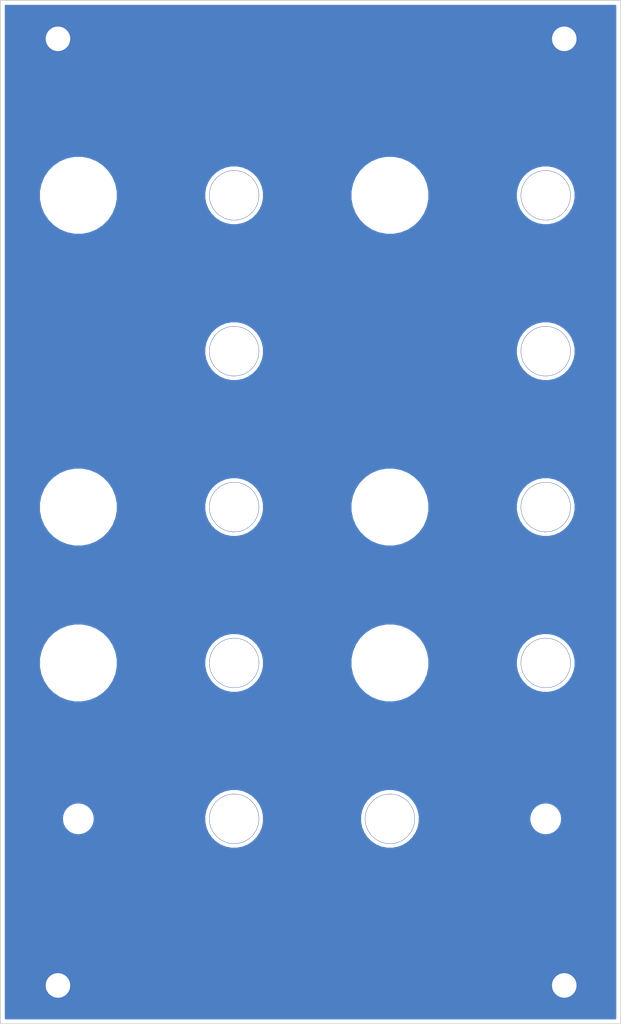
<source format=kicad_pcb>
(kicad_pcb (version 20171130) (host pcbnew 5.1.4-e60b266~84~ubuntu19.04.1)

  (general
    (thickness 1.6)
    (drawings 14)
    (tracks 0)
    (zones 0)
    (modules 30)
    (nets 1)
  )

  (page A4)
  (layers
    (0 F.Cu signal)
    (31 B.Cu signal)
    (32 B.Adhes user)
    (33 F.Adhes user)
    (34 B.Paste user)
    (35 F.Paste user)
    (36 B.SilkS user)
    (37 F.SilkS user)
    (38 B.Mask user)
    (39 F.Mask user)
    (40 Dwgs.User user)
    (41 Cmts.User user)
    (42 Eco1.User user)
    (43 Eco2.User user)
    (44 Edge.Cuts user)
    (45 Margin user)
    (46 B.CrtYd user)
    (47 F.CrtYd user)
    (48 B.Fab user)
    (49 F.Fab user)
  )

  (setup
    (last_trace_width 0.25)
    (user_trace_width 0.762)
    (trace_clearance 0.2)
    (zone_clearance 0.508)
    (zone_45_only no)
    (trace_min 0.2)
    (via_size 0.8)
    (via_drill 0.4)
    (via_min_size 0.4)
    (via_min_drill 0.3)
    (uvia_size 0.3)
    (uvia_drill 0.1)
    (uvias_allowed no)
    (uvia_min_size 0.2)
    (uvia_min_drill 0.1)
    (edge_width 0.05)
    (segment_width 0.2)
    (pcb_text_width 0.3)
    (pcb_text_size 1.5 1.5)
    (mod_edge_width 0.12)
    (mod_text_size 1 1)
    (mod_text_width 0.15)
    (pad_size 3.2 3.2)
    (pad_drill 3.2)
    (pad_to_mask_clearance 0.051)
    (solder_mask_min_width 0.25)
    (aux_axis_origin 0 0)
    (visible_elements FFFFFF7F)
    (pcbplotparams
      (layerselection 0x010fc_ffffffff)
      (usegerberextensions false)
      (usegerberattributes false)
      (usegerberadvancedattributes false)
      (creategerberjobfile false)
      (excludeedgelayer true)
      (linewidth 0.100000)
      (plotframeref false)
      (viasonmask false)
      (mode 1)
      (useauxorigin false)
      (hpglpennumber 1)
      (hpglpenspeed 20)
      (hpglpendiameter 15.000000)
      (psnegative false)
      (psa4output false)
      (plotreference true)
      (plotvalue true)
      (plotinvisibletext false)
      (padsonsilk false)
      (subtractmaskfromsilk false)
      (outputformat 1)
      (mirror false)
      (drillshape 1)
      (scaleselection 1)
      (outputdirectory ""))
  )

  (net 0 "")

  (net_class Default "This is the default net class."
    (clearance 0.2)
    (trace_width 0.25)
    (via_dia 0.8)
    (via_drill 0.4)
    (uvia_dia 0.3)
    (uvia_drill 0.1)
  )

  (module elektrophon:panel_potentiometer (layer F.Cu) (tedit 5DA46CEF) (tstamp 5D6B41B4)
    (at 76.2 111.76)
    (descr "Mounting Hole 8.4mm, no annular, M8")
    (tags "mounting hole 8.4mm no annular m8")
    (path /5D6BE388)
    (attr virtual)
    (fp_text reference H13 (at 0 -9.4) (layer F.SilkS) hide
      (effects (font (size 1 1) (thickness 0.15)))
    )
    (fp_text value vari (at 0 9.144) (layer F.Mask)
      (effects (font (size 2 1.4) (thickness 0.25)))
    )
    (fp_circle (center 0 0) (end 6.6 0) (layer F.CrtYd) (width 0.05))
    (fp_circle (center 0 0) (end 6.35 0) (layer Cmts.User) (width 0.15))
    (fp_text user %R (at 0.3 0) (layer F.Fab)
      (effects (font (size 1 1) (thickness 0.15)))
    )
    (pad "" np_thru_hole circle (at 0 0) (size 7.4 7.4) (drill 7.4) (layers *.Cu *.Mask))
    (model "${KIPRJMOD}/../../../lib/kicad/models/chroma cap.step"
      (offset (xyz 0 0 8))
      (scale (xyz 1 1 1))
      (rotate (xyz -90 0 0))
    )
  )

  (module elektrophon:panel_potentiometer (layer F.Cu) (tedit 5DA46CEF) (tstamp 5D6B41AF)
    (at 76.2 91.44)
    (descr "Mounting Hole 8.4mm, no annular, M8")
    (tags "mounting hole 8.4mm no annular m8")
    (path /5D6BE382)
    (attr virtual)
    (fp_text reference H12 (at 0 -9.4) (layer F.SilkS) hide
      (effects (font (size 1 1) (thickness 0.15)))
    )
    (fp_text value shape (at 0 9.144) (layer F.Mask)
      (effects (font (size 2 1.4) (thickness 0.25)))
    )
    (fp_circle (center 0 0) (end 6.6 0) (layer F.CrtYd) (width 0.05))
    (fp_circle (center 0 0) (end 6.35 0) (layer Cmts.User) (width 0.15))
    (fp_text user %R (at 0.3 0) (layer F.Fab)
      (effects (font (size 1 1) (thickness 0.15)))
    )
    (pad "" np_thru_hole circle (at 0 0) (size 7.4 7.4) (drill 7.4) (layers *.Cu *.Mask))
    (model "${KIPRJMOD}/../../../lib/kicad/models/chroma cap.step"
      (offset (xyz 0 0 8))
      (scale (xyz 1 1 1))
      (rotate (xyz -90 0 0))
    )
  )

  (module elektrophon:panel_potentiometer (layer F.Cu) (tedit 5DA46CEF) (tstamp 5D6B41AA)
    (at 76.2 50.8)
    (descr "Mounting Hole 8.4mm, no annular, M8")
    (tags "mounting hole 8.4mm no annular m8")
    (path /5D6BE37C)
    (attr virtual)
    (fp_text reference H11 (at 0 -9.4) (layer F.SilkS) hide
      (effects (font (size 1 1) (thickness 0.15)))
    )
    (fp_text value speed (at 0 9.144) (layer F.Mask)
      (effects (font (size 2 1.4) (thickness 0.25)))
    )
    (fp_circle (center 0 0) (end 6.6 0) (layer F.CrtYd) (width 0.05))
    (fp_circle (center 0 0) (end 6.35 0) (layer Cmts.User) (width 0.15))
    (fp_text user %R (at 0.3 0) (layer F.Fab)
      (effects (font (size 1 1) (thickness 0.15)))
    )
    (pad "" np_thru_hole circle (at 0 0) (size 7.4 7.4) (drill 7.4) (layers *.Cu *.Mask))
    (model "${KIPRJMOD}/../../../lib/kicad/models/chroma cap.step"
      (offset (xyz 0 0 8))
      (scale (xyz 1 1 1))
      (rotate (xyz -90 0 0))
    )
  )

  (module elektrophon:panel_potentiometer (layer F.Cu) (tedit 5DA46CEF) (tstamp 5D6B3FA2)
    (at 35.56 111.76)
    (descr "Mounting Hole 8.4mm, no annular, M8")
    (tags "mounting hole 8.4mm no annular m8")
    (path /5D6B818F)
    (attr virtual)
    (fp_text reference H3 (at 0 -9.4) (layer F.SilkS) hide
      (effects (font (size 1 1) (thickness 0.15)))
    )
    (fp_text value vari (at 0 9.144) (layer F.Mask)
      (effects (font (size 2 1.4) (thickness 0.25)))
    )
    (fp_circle (center 0 0) (end 6.6 0) (layer F.CrtYd) (width 0.05))
    (fp_circle (center 0 0) (end 6.35 0) (layer Cmts.User) (width 0.15))
    (fp_text user %R (at 0.3 0) (layer F.Fab)
      (effects (font (size 1 1) (thickness 0.15)))
    )
    (pad "" np_thru_hole circle (at 0 0) (size 7.4 7.4) (drill 7.4) (layers *.Cu *.Mask))
    (model "${KIPRJMOD}/../../../lib/kicad/models/chroma cap.step"
      (offset (xyz 0 0 8))
      (scale (xyz 1 1 1))
      (rotate (xyz -90 0 0))
    )
  )

  (module elektrophon:panel_potentiometer (layer F.Cu) (tedit 5DA46CEF) (tstamp 5D6B3F9D)
    (at 35.56 91.44)
    (descr "Mounting Hole 8.4mm, no annular, M8")
    (tags "mounting hole 8.4mm no annular m8")
    (path /5D6B7DC0)
    (attr virtual)
    (fp_text reference H2 (at 0 -9.4) (layer F.SilkS) hide
      (effects (font (size 1 1) (thickness 0.15)))
    )
    (fp_text value shape (at 0 9.144) (layer F.Mask)
      (effects (font (size 2 1.4) (thickness 0.25)))
    )
    (fp_circle (center 0 0) (end 6.6 0) (layer F.CrtYd) (width 0.05))
    (fp_circle (center 0 0) (end 6.35 0) (layer Cmts.User) (width 0.15))
    (fp_text user %R (at 0.3 0) (layer F.Fab)
      (effects (font (size 1 1) (thickness 0.15)))
    )
    (pad "" np_thru_hole circle (at 0 0) (size 7.4 7.4) (drill 7.4) (layers *.Cu *.Mask))
    (model "${KIPRJMOD}/../../../lib/kicad/models/chroma cap.step"
      (offset (xyz 0 0 8))
      (scale (xyz 1 1 1))
      (rotate (xyz -90 0 0))
    )
  )

  (module elektrophon:panel_potentiometer (layer F.Cu) (tedit 5DA46CEF) (tstamp 5D6B3F98)
    (at 35.56 50.8)
    (descr "Mounting Hole 8.4mm, no annular, M8")
    (tags "mounting hole 8.4mm no annular m8")
    (path /5D6B7A0D)
    (attr virtual)
    (fp_text reference H1 (at 0 -9.4) (layer F.SilkS) hide
      (effects (font (size 1 1) (thickness 0.15)))
    )
    (fp_text value speed (at 0 9.144) (layer F.Mask)
      (effects (font (size 2 1.4) (thickness 0.25)))
    )
    (fp_circle (center 0 0) (end 6.6 0) (layer F.CrtYd) (width 0.05))
    (fp_circle (center 0 0) (end 6.35 0) (layer Cmts.User) (width 0.15))
    (fp_text user %R (at 0.3 0) (layer F.Fab)
      (effects (font (size 1 1) (thickness 0.15)))
    )
    (pad "" np_thru_hole circle (at 0 0) (size 7.4 7.4) (drill 7.4) (layers *.Cu *.Mask))
    (model "${KIPRJMOD}/../../../lib/kicad/models/chroma cap.step"
      (offset (xyz 0 0 8))
      (scale (xyz 1 1 1))
      (rotate (xyz -90 0 0))
    )
  )

  (module MountingHole:MountingHole_3.2mm_M3 locked (layer F.Cu) (tedit 56D1B4CB) (tstamp 5DAC6277)
    (at 98.94 153.8)
    (descr "Mounting Hole 3.2mm, no annular, M3")
    (tags "mounting hole 3.2mm no annular m3")
    (attr virtual)
    (fp_text reference REF** (at 0 -4.2) (layer F.SilkS) hide
      (effects (font (size 1 1) (thickness 0.15)))
    )
    (fp_text value MountingHole_3.2mm_M3 (at 0 4.2) (layer F.Fab) hide
      (effects (font (size 1 1) (thickness 0.15)))
    )
    (fp_circle (center 0 0) (end 3.45 0) (layer F.CrtYd) (width 0.05))
    (fp_circle (center 0 0) (end 3.2 0) (layer Cmts.User) (width 0.15))
    (fp_text user %R (at 0.3 0) (layer F.Fab) hide
      (effects (font (size 1 1) (thickness 0.15)))
    )
    (pad 1 np_thru_hole circle (at 0 0) (size 3.2 3.2) (drill 3.2) (layers *.Cu *.Mask))
  )

  (module MountingHole:MountingHole_3.2mm_M3 locked (layer F.Cu) (tedit 56D1B4CB) (tstamp 5DAC6261)
    (at 32.9 153.8)
    (descr "Mounting Hole 3.2mm, no annular, M3")
    (tags "mounting hole 3.2mm no annular m3")
    (attr virtual)
    (fp_text reference REF** (at 0 -4.2) (layer F.SilkS) hide
      (effects (font (size 1 1) (thickness 0.15)))
    )
    (fp_text value MountingHole_3.2mm_M3 (at 0 4.2) (layer F.Fab) hide
      (effects (font (size 1 1) (thickness 0.15)))
    )
    (fp_circle (center 0 0) (end 3.45 0) (layer F.CrtYd) (width 0.05))
    (fp_circle (center 0 0) (end 3.2 0) (layer Cmts.User) (width 0.15))
    (fp_text user %R (at 0.3 0) (layer F.Fab) hide
      (effects (font (size 1 1) (thickness 0.15)))
    )
    (pad 1 np_thru_hole circle (at 0 0) (size 3.2 3.2) (drill 3.2) (layers *.Cu *.Mask))
  )

  (module MountingHole:MountingHole_3.2mm_M3 locked (layer F.Cu) (tedit 56D1B4CB) (tstamp 5DAC624B)
    (at 98.94 30.4)
    (descr "Mounting Hole 3.2mm, no annular, M3")
    (tags "mounting hole 3.2mm no annular m3")
    (attr virtual)
    (fp_text reference REF** (at 0 -4.2) (layer F.SilkS) hide
      (effects (font (size 1 1) (thickness 0.15)))
    )
    (fp_text value MountingHole_3.2mm_M3 (at 0 4.2) (layer F.Fab) hide
      (effects (font (size 1 1) (thickness 0.15)))
    )
    (fp_circle (center 0 0) (end 3.45 0) (layer F.CrtYd) (width 0.05))
    (fp_circle (center 0 0) (end 3.2 0) (layer Cmts.User) (width 0.15))
    (fp_text user %R (at 0.3 0) (layer F.Fab) hide
      (effects (font (size 1 1) (thickness 0.15)))
    )
    (pad 1 np_thru_hole circle (at 0 0) (size 3.2 3.2) (drill 3.2) (layers *.Cu *.Mask))
  )

  (module MountingHole:MountingHole_3.2mm_M3 locked (layer F.Cu) (tedit 56D1B4CB) (tstamp 5DAC6235)
    (at 32.9 30.4)
    (descr "Mounting Hole 3.2mm, no annular, M3")
    (tags "mounting hole 3.2mm no annular m3")
    (attr virtual)
    (fp_text reference REF** (at 0 -4.2) (layer F.SilkS) hide
      (effects (font (size 1 1) (thickness 0.15)))
    )
    (fp_text value MountingHole_3.2mm_M3 (at 0 4.2) (layer F.Fab) hide
      (effects (font (size 1 1) (thickness 0.15)))
    )
    (fp_circle (center 0 0) (end 3.45 0) (layer F.CrtYd) (width 0.05))
    (fp_circle (center 0 0) (end 3.2 0) (layer Cmts.User) (width 0.15))
    (fp_text user %R (at 0.3 0) (layer F.Fab) hide
      (effects (font (size 1 1) (thickness 0.15)))
    )
    (pad 1 np_thru_hole circle (at 0 0) (size 3.2 3.2) (drill 3.2) (layers *.Cu *.Mask))
  )

  (module elektrophon:waveshape_vari locked (layer F.Cu) (tedit 5DAC121E) (tstamp 5DAC5F9F)
    (at 55.88 111.76)
    (descr "Imported from vari.svg")
    (tags svg2mod)
    (attr smd)
    (fp_text reference vari (at 0 -4.107804) (layer F.SilkS) hide
      (effects (font (size 1.524 1.524) (thickness 0.3048)))
    )
    (fp_text value G*** (at 0 11.25) (layer F.SilkS) hide
      (effects (font (size 1.524 1.524) (thickness 0.3048)))
    )
    (fp_line (start 2.5 9.25) (end 2.5 8.372841) (layer F.Mask) (width 0.5))
    (fp_line (start 1.25 9.75) (end 2.5 9.25) (layer F.Mask) (width 0.5))
    (fp_line (start 0 9) (end 1.25 9.75) (layer F.Mask) (width 0.5))
    (fp_line (start 0 8) (end 0 9) (layer F.Mask) (width 0.5))
    (fp_line (start -1.25 7.25) (end 0 8) (layer F.Mask) (width 0.5))
    (fp_line (start -2.461467 7.87827) (end -1.25 7.25) (layer F.Mask) (width 0.5))
    (fp_line (start -2.457617 8.75) (end -2.461467 7.87827) (layer F.Mask) (width 0.5))
  )

  (module elektrophon:waveshape_triangle locked (layer F.Cu) (tedit 5D6AF949) (tstamp 5DAC5F99)
    (at 55.88 91.44)
    (descr "Imported from ../../lib/kicad/elektrophon.pretty/triangle.svg")
    (tags svg2mod)
    (attr smd)
    (fp_text reference svg2mod (at 0 -4.43467) (layer F.SilkS) hide
      (effects (font (size 1.524 1.524) (thickness 0.3048)))
    )
    (fp_text value G*** (at 0 11.176) (layer F.SilkS) hide
      (effects (font (size 1.524 1.524) (thickness 0.3048)))
    )
    (fp_line (start 1.524 9.51467) (end 2.54 7.82361) (layer F.Mask) (width 0.5))
    (fp_line (start -0.508 6.604) (end 1.524 9.51467) (layer F.Mask) (width 0.5))
    (fp_line (start -2.032 8.636) (end -0.508 6.604) (layer F.Mask) (width 0.5))
  )

  (module elektrophon:waveshape_square locked (layer F.Cu) (tedit 5D6AF935) (tstamp 5DAC5F91)
    (at 55.88 50.8)
    (descr "Imported from ../../lib/kicad/elektrophon.pretty/saw.svg")
    (tags svg2mod)
    (attr smd)
    (fp_text reference svg2mod (at 0 -4.58823) (layer F.SilkS) hide
      (effects (font (size 1.524 1.524) (thickness 0.3048)))
    )
    (fp_text value G*** (at 0 11.176) (layer F.SilkS) hide
      (effects (font (size 1.524 1.524) (thickness 0.3048)))
    )
    (fp_line (start 2.032 9.652) (end 2.032 8.128) (layer F.Mask) (width 0.5))
    (fp_line (start 0 9.652) (end 2.032 9.652) (layer F.Mask) (width 0.5))
    (fp_line (start 0 7.112) (end 0 9.652) (layer F.Mask) (width 0.5))
    (fp_line (start -2.032 7.09577) (end -0.207183 7.09617) (layer F.Mask) (width 0.5))
    (fp_line (start -2.032 8.62667) (end -2.032 7.112) (layer F.Mask) (width 0.5))
  )

  (module elektrophon:waveshape_pulse locked (layer F.Cu) (tedit 5DAC0D0E) (tstamp 5DAC5F8A)
    (at 55.88 71.12)
    (descr "Imported from pulse.svg")
    (tags svg2mod)
    (attr smd)
    (fp_text reference pulse (at 0 -4.271702) (layer F.SilkS) hide
      (effects (font (size 1.524 1.524) (thickness 0.3048)))
    )
    (fp_text value G*** (at 0 11.5) (layer F.SilkS) hide
      (effects (font (size 1.524 1.524) (thickness 0.3048)))
    )
    (fp_line (start -1.25 9.75) (end 2.75 9.75) (layer F.Mask) (width 0.5))
    (fp_line (start -1.25 7.284628) (end -1.25 9.75) (layer F.Mask) (width 0.5))
    (fp_line (start -2.337957 7.25) (end -1.25 7.25) (layer F.Mask) (width 0.5))
    (fp_line (start -2.337957 9.75) (end -2.337957 7.25) (layer F.Mask) (width 0.5))
  )

  (module elektrophon:waveshape_vari locked (layer F.Cu) (tedit 5DAC121E) (tstamp 5DAC5F07)
    (at 96.52 111.76)
    (descr "Imported from vari.svg")
    (tags svg2mod)
    (attr smd)
    (fp_text reference vari (at 0 -4.107804) (layer F.SilkS) hide
      (effects (font (size 1.524 1.524) (thickness 0.3048)))
    )
    (fp_text value G*** (at 0 11.25) (layer F.SilkS) hide
      (effects (font (size 1.524 1.524) (thickness 0.3048)))
    )
    (fp_line (start 2.5 9.25) (end 2.5 8.372841) (layer F.Mask) (width 0.5))
    (fp_line (start 1.25 9.75) (end 2.5 9.25) (layer F.Mask) (width 0.5))
    (fp_line (start 0 9) (end 1.25 9.75) (layer F.Mask) (width 0.5))
    (fp_line (start 0 8) (end 0 9) (layer F.Mask) (width 0.5))
    (fp_line (start -1.25 7.25) (end 0 8) (layer F.Mask) (width 0.5))
    (fp_line (start -2.461467 7.87827) (end -1.25 7.25) (layer F.Mask) (width 0.5))
    (fp_line (start -2.457617 8.75) (end -2.461467 7.87827) (layer F.Mask) (width 0.5))
  )

  (module elektrophon:waveshape_pulse locked (layer F.Cu) (tedit 5DAC0D0E) (tstamp 5DAC5DA1)
    (at 96.52 71.12)
    (descr "Imported from pulse.svg")
    (tags svg2mod)
    (attr smd)
    (fp_text reference pulse (at 0 -4.271702) (layer F.SilkS) hide
      (effects (font (size 1.524 1.524) (thickness 0.3048)))
    )
    (fp_text value G*** (at 0 11.5) (layer F.SilkS) hide
      (effects (font (size 1.524 1.524) (thickness 0.3048)))
    )
    (fp_line (start -1.25 9.75) (end 2.75 9.75) (layer F.Mask) (width 0.5))
    (fp_line (start -1.25 7.284628) (end -1.25 9.75) (layer F.Mask) (width 0.5))
    (fp_line (start -2.337957 7.25) (end -1.25 7.25) (layer F.Mask) (width 0.5))
    (fp_line (start -2.337957 9.75) (end -2.337957 7.25) (layer F.Mask) (width 0.5))
  )

  (module elektrophon:waveshape_triangle locked (layer F.Cu) (tedit 5D6AF949) (tstamp 5DAC5754)
    (at 96.52 91.44)
    (descr "Imported from ../../lib/kicad/elektrophon.pretty/triangle.svg")
    (tags svg2mod)
    (attr smd)
    (fp_text reference svg2mod (at 0 -4.43467) (layer F.SilkS) hide
      (effects (font (size 1.524 1.524) (thickness 0.3048)))
    )
    (fp_text value G*** (at 0 11.176) (layer F.SilkS) hide
      (effects (font (size 1.524 1.524) (thickness 0.3048)))
    )
    (fp_line (start 1.524 9.51467) (end 2.54 7.82361) (layer F.Mask) (width 0.5))
    (fp_line (start -0.508 6.604) (end 1.524 9.51467) (layer F.Mask) (width 0.5))
    (fp_line (start -2.032 8.636) (end -0.508 6.604) (layer F.Mask) (width 0.5))
  )

  (module elektrophon:waveshape_square locked (layer F.Cu) (tedit 5D6AF935) (tstamp 5DAC570C)
    (at 96.52 50.8)
    (descr "Imported from ../../lib/kicad/elektrophon.pretty/saw.svg")
    (tags svg2mod)
    (attr smd)
    (fp_text reference svg2mod (at 0 -4.58823) (layer F.SilkS) hide
      (effects (font (size 1.524 1.524) (thickness 0.3048)))
    )
    (fp_text value G*** (at 0 11.176) (layer F.SilkS) hide
      (effects (font (size 1.524 1.524) (thickness 0.3048)))
    )
    (fp_line (start 2.032 9.652) (end 2.032 8.128) (layer F.Mask) (width 0.5))
    (fp_line (start 0 9.652) (end 2.032 9.652) (layer F.Mask) (width 0.5))
    (fp_line (start 0 7.112) (end 0 9.652) (layer F.Mask) (width 0.5))
    (fp_line (start -2.032 7.09577) (end -0.207183 7.09617) (layer F.Mask) (width 0.5))
    (fp_line (start -2.032 8.62667) (end -2.032 7.112) (layer F.Mask) (width 0.5))
  )

  (module elektrophon:JACK_HOLE (layer F.Cu) (tedit 5D6AF18B) (tstamp 5D6B41CD)
    (at 96.52 111.76)
    (path /5D6BE3A0)
    (fp_text reference H18 (at 0 -6.604) (layer F.SilkS) hide
      (effects (font (size 1 1) (thickness 0.15)))
    )
    (fp_text value vari (at 0 8.636) (layer F.Mask) hide
      (effects (font (size 2 1.4) (thickness 0.25)))
    )
    (pad "" np_thru_hole circle (at 0 0) (size 6.5 6.5) (drill 6.4) (layers *.Cu *.Mask)
      (zone_connect 0))
    (model "/home/etienne/Projects/elektrophon/lib/kicad/models/PJ301M-12 Thonkiconn v0.2.stp"
      (offset (xyz 0 1 -11))
      (scale (xyz 1 1 1))
      (rotate (xyz 0 0 0))
    )
  )

  (module elektrophon:JACK_HOLE (layer F.Cu) (tedit 5D6AF18B) (tstamp 5D6B41C8)
    (at 96.52 91.44)
    (path /5D6BE39A)
    (fp_text reference H17 (at 0 -6.604) (layer F.SilkS) hide
      (effects (font (size 1 1) (thickness 0.15)))
    )
    (fp_text value tri/saw (at 0 8.636) (layer F.Mask) hide
      (effects (font (size 2 1.4) (thickness 0.25)))
    )
    (pad "" np_thru_hole circle (at 0 0) (size 6.5 6.5) (drill 6.4) (layers *.Cu *.Mask)
      (zone_connect 0))
    (model "/home/etienne/Projects/elektrophon/lib/kicad/models/PJ301M-12 Thonkiconn v0.2.stp"
      (offset (xyz 0 1 -11))
      (scale (xyz 1 1 1))
      (rotate (xyz 0 0 0))
    )
  )

  (module elektrophon:JACK_HOLE (layer F.Cu) (tedit 5D6AF18B) (tstamp 5D6B41C3)
    (at 96.52 71.12)
    (path /5D6BE394)
    (fp_text reference H16 (at 0 -6.604) (layer F.SilkS) hide
      (effects (font (size 1 1) (thickness 0.15)))
    )
    (fp_text value pulse (at 0 8.636) (layer F.Mask) hide
      (effects (font (size 2 1.4) (thickness 0.25)))
    )
    (pad "" np_thru_hole circle (at 0 0) (size 6.5 6.5) (drill 6.4) (layers *.Cu *.Mask)
      (zone_connect 0))
    (model "/home/etienne/Projects/elektrophon/lib/kicad/models/PJ301M-12 Thonkiconn v0.2.stp"
      (offset (xyz 0 1 -11))
      (scale (xyz 1 1 1))
      (rotate (xyz 0 0 0))
    )
  )

  (module elektrophon:JACK_HOLE (layer F.Cu) (tedit 5D6AF18B) (tstamp 5D6B41BE)
    (at 96.52 50.8)
    (path /5D6BE38E)
    (fp_text reference H15 (at 0 -6.604) (layer F.SilkS) hide
      (effects (font (size 1 1) (thickness 0.15)))
    )
    (fp_text value square (at 0 8.636) (layer F.Mask) hide
      (effects (font (size 2 1.4) (thickness 0.25)))
    )
    (pad "" np_thru_hole circle (at 0 0) (size 6.5 6.5) (drill 6.4) (layers *.Cu *.Mask)
      (zone_connect 0))
    (model "/home/etienne/Projects/elektrophon/lib/kicad/models/PJ301M-12 Thonkiconn v0.2.stp"
      (offset (xyz 0 1 -11))
      (scale (xyz 1 1 1))
      (rotate (xyz 0 0 0))
    )
  )

  (module elektrophon:LED_Monitor (layer F.Cu) (tedit 5D62B726) (tstamp 5D6B41B9)
    (at 96.52 132.08)
    (descr "Imported from LED Monitor.svg")
    (tags svg2mod)
    (path /5D6BE376)
    (zone_connect 2)
    (attr smd)
    (fp_text reference H14 (at 0 -5.054774) (layer F.SilkS) hide
      (effects (font (size 1.524 1.524) (thickness 0.3048)))
    )
    (fp_text value led (at 0 5.054774) (layer F.SilkS) hide
      (effects (font (size 1.524 1.524) (thickness 0.3048)))
    )
    (pad 1 connect custom (at 0 0) (size 5 5) (layers *.Mask)
      (zone_connect 2)
      (options (clearance outline) (anchor circle))
      (primitives
        (gr_circle (center 0 0) (end 2.286 0) (width 0.1))
      ))
  )

  (module elektrophon:SWITCH_HOLE (layer F.Cu) (tedit 5D6AF1FE) (tstamp 5D6B41A5)
    (at 76.2 132.08)
    (path /5D6BE698)
    (fp_text reference H10 (at 0 -6.604) (layer F.SilkS) hide
      (effects (font (size 1 1) (thickness 0.15)))
    )
    (fp_text value swap (at 0 8.636) (layer F.Mask) hide
      (effects (font (size 2 1.4) (thickness 0.25)))
    )
    (pad "" np_thru_hole circle (at 0 0) (size 6.5 6.5) (drill 6.4) (layers *.Cu *.Mask)
      (zone_connect 0))
    (model "/home/etienne/Projects/elektrophon/lib/kicad/models/SPDT Toggle Switch.stp"
      (offset (xyz 12.5 3.5 -11.5))
      (scale (xyz 1 1 1))
      (rotate (xyz -90 0 0))
    )
  )

  (module elektrophon:SWITCH_HOLE (layer F.Cu) (tedit 5D6AF1FE) (tstamp 5D6B419F)
    (at 55.88 132.08)
    (path /5D6BE446)
    (fp_text reference H9 (at 0 -6.604) (layer F.SilkS) hide
      (effects (font (size 1 1) (thickness 0.15)))
    )
    (fp_text value join (at 0 8.636) (layer F.Mask) hide
      (effects (font (size 2 1.4) (thickness 0.25)))
    )
    (pad "" np_thru_hole circle (at 0 0) (size 6.5 6.5) (drill 6.4) (layers *.Cu *.Mask)
      (zone_connect 0))
    (model "/home/etienne/Projects/elektrophon/lib/kicad/models/SPDT Toggle Switch.stp"
      (offset (xyz 12.5 3.5 -11.5))
      (scale (xyz 1 1 1))
      (rotate (xyz -90 0 0))
    )
  )

  (module elektrophon:JACK_HOLE (layer F.Cu) (tedit 5D6AF18B) (tstamp 5D6B3FBE)
    (at 55.88 111.76)
    (path /5D6B930A)
    (fp_text reference H8 (at 0 -6.604) (layer F.SilkS) hide
      (effects (font (size 1 1) (thickness 0.15)))
    )
    (fp_text value vari (at 0 8.636) (layer F.Mask) hide
      (effects (font (size 2 1.4) (thickness 0.25)))
    )
    (pad "" np_thru_hole circle (at 0 0) (size 6.5 6.5) (drill 6.4) (layers *.Cu *.Mask)
      (zone_connect 0))
    (model "/home/etienne/Projects/elektrophon/lib/kicad/models/PJ301M-12 Thonkiconn v0.2.stp"
      (offset (xyz 0 1 -11))
      (scale (xyz 1 1 1))
      (rotate (xyz 0 0 0))
    )
  )

  (module elektrophon:JACK_HOLE (layer F.Cu) (tedit 5D6AF18B) (tstamp 5D6B3FB9)
    (at 55.88 91.44)
    (path /5D6B9304)
    (fp_text reference H7 (at 0 -6.604) (layer F.SilkS) hide
      (effects (font (size 1 1) (thickness 0.15)))
    )
    (fp_text value tri/saw (at 0 8.636) (layer F.Mask) hide
      (effects (font (size 2 1.4) (thickness 0.25)))
    )
    (pad "" np_thru_hole circle (at 0 0) (size 6.5 6.5) (drill 6.4) (layers *.Cu *.Mask)
      (zone_connect 0))
    (model "/home/etienne/Projects/elektrophon/lib/kicad/models/PJ301M-12 Thonkiconn v0.2.stp"
      (offset (xyz 0 1 -11))
      (scale (xyz 1 1 1))
      (rotate (xyz 0 0 0))
    )
  )

  (module elektrophon:JACK_HOLE (layer F.Cu) (tedit 5D6AF18B) (tstamp 5D6B3FB4)
    (at 55.88 71.12)
    (path /5D6B92FE)
    (fp_text reference H6 (at 0 -6.604) (layer F.SilkS) hide
      (effects (font (size 1 1) (thickness 0.15)))
    )
    (fp_text value pulse (at 0 8.636) (layer F.Mask) hide
      (effects (font (size 2 1.4) (thickness 0.25)))
    )
    (pad "" np_thru_hole circle (at 0 0) (size 6.5 6.5) (drill 6.4) (layers *.Cu *.Mask)
      (zone_connect 0))
    (model "/home/etienne/Projects/elektrophon/lib/kicad/models/PJ301M-12 Thonkiconn v0.2.stp"
      (offset (xyz 0 1 -11))
      (scale (xyz 1 1 1))
      (rotate (xyz 0 0 0))
    )
  )

  (module elektrophon:JACK_HOLE (layer F.Cu) (tedit 5D6AF18B) (tstamp 5D6B3FAF)
    (at 55.88 50.8)
    (path /5D6B92F8)
    (fp_text reference H5 (at 0 -6.604) (layer F.SilkS) hide
      (effects (font (size 1 1) (thickness 0.15)))
    )
    (fp_text value square (at 0 8.636) (layer F.Mask) hide
      (effects (font (size 2 1.4) (thickness 0.25)))
    )
    (pad "" np_thru_hole circle (at 0 0) (size 6.5 6.5) (drill 6.4) (layers *.Cu *.Mask)
      (zone_connect 0))
    (model "/home/etienne/Projects/elektrophon/lib/kicad/models/PJ301M-12 Thonkiconn v0.2.stp"
      (offset (xyz 0 1 -11))
      (scale (xyz 1 1 1))
      (rotate (xyz 0 0 0))
    )
  )

  (module elektrophon:LED_Monitor (layer F.Cu) (tedit 5D62B726) (tstamp 5D6AEA1C)
    (at 35.56 132.08)
    (descr "Imported from LED Monitor.svg")
    (tags svg2mod)
    (path /5D6B255D)
    (zone_connect 2)
    (attr smd)
    (fp_text reference H4 (at 0 -5.054774) (layer F.SilkS) hide
      (effects (font (size 1.524 1.524) (thickness 0.3048)))
    )
    (fp_text value led (at 0 5.054774) (layer F.SilkS) hide
      (effects (font (size 1.524 1.524) (thickness 0.3048)))
    )
    (pad 1 connect custom (at 0 0) (size 5 5) (layers *.Mask)
      (zone_connect 2)
      (options (clearance outline) (anchor circle))
      (primitives
        (gr_circle (center 0 0) (end 2.286 0) (width 0.1))
      ))
  )

  (gr_text swap (at 76.19 140.71) (layer F.Mask) (tstamp 5DAC60A5)
    (effects (font (size 2 1.4) (thickness 0.25)))
  )
  (gr_text vari (at 76.19 120.39) (layer F.Mask) (tstamp 5DAC60A2)
    (effects (font (size 2 1.4) (thickness 0.25)))
  )
  (gr_text shape (at 76.19 100.07) (layer F.Mask) (tstamp 5DAC609F)
    (effects (font (size 2 1.4) (thickness 0.25)))
  )
  (gr_text join (at 55.87 140.71) (layer F.Mask) (tstamp 5DAC5FF3)
    (effects (font (size 2 1.4) (thickness 0.25)))
  )
  (gr_text vari (at 35.55 120.39) (layer F.Mask) (tstamp 5DAC5FF3)
    (effects (font (size 2 1.4) (thickness 0.25)))
  )
  (gr_text shape (at 35.55 100.07) (layer F.Mask) (tstamp 5DAC5FF3)
    (effects (font (size 2 1.4) (thickness 0.25)))
  )
  (gr_text speed (at 76.19 59.43) (layer F.Mask) (tstamp 5DAC5FF3)
    (effects (font (size 2 1.4) (thickness 0.25)))
  )
  (gr_text speed (at 35.55 59.43) (layer F.Mask) (tstamp 5DAC5FD6)
    (effects (font (size 2 1.4) (thickness 0.25)))
  )
  (gr_text R01 (at 89.97 155.26) (layer F.Cu)
    (effects (font (size 1.8 1.4) (thickness 0.18)))
  )
  (gr_text LFO (at 66.04 30.48) (layer F.Mask)
    (effects (font (size 3 3) (thickness 0.35)))
  )
  (gr_line (start 106.3 158.8) (end 25.4 158.8) (layer Edge.Cuts) (width 0.12))
  (gr_line (start 106.3 25.4) (end 106.3 158.8) (layer Edge.Cuts) (width 0.12))
  (gr_line (start 25.4 25.4) (end 25.4 158.8) (layer Edge.Cuts) (width 0.12))
  (gr_line (start 25.4 25.4) (end 106.3 25.4) (layer Edge.Cuts) (width 0.12))

  (zone (net 0) (net_name "") (layer B.Cu) (tstamp 0) (hatch edge 0.508)
    (connect_pads (clearance 0.508))
    (min_thickness 0.254)
    (keepout (tracks not_allowed) (vias not_allowed) (copperpour not_allowed))
    (fill (arc_segments 32) (thermal_gap 0.508) (thermal_bridge_width 0.508))
    (polygon
      (pts
        (xy 35.56 132.08) (xy 35.5634 134.08) (xy 35.5004 134.0791) (xy 35.4375 134.0762) (xy 35.3747 134.0714)
        (xy 35.312 134.0646) (xy 35.2496 134.0558) (xy 35.1876 134.045) (xy 35.1258 134.0323) (xy 35.0646 134.0177)
        (xy 35.0038 134.0011) (xy 34.9435 133.9826) (xy 34.8839 133.9623) (xy 34.825 133.94) (xy 34.7667 133.916)
        (xy 34.7093 133.8901) (xy 34.6527 133.8624) (xy 34.597 133.8329) (xy 34.5423 133.8017) (xy 34.4886 133.7688)
        (xy 34.4359 133.7342) (xy 34.3844 133.698) (xy 34.334 133.6601) (xy 34.2848 133.6207) (xy 34.2369 133.5798)
        (xy 34.1903 133.5374) (xy 34.1451 133.4935) (xy 34.1013 133.4483) (xy 34.0589 133.4016) (xy 34.018 133.3537)
        (xy 33.9787 133.3045) (xy 33.9409 133.2541) (xy 33.9047 133.2025) (xy 33.8702 133.1498) (xy 33.8373 133.0961)
        (xy 33.8062 133.0413) (xy 33.7768 132.9856) (xy 33.7491 132.929) (xy 33.7233 132.8715) (xy 33.6993 132.8132)
        (xy 33.6771 132.7543) (xy 33.6568 132.6946) (xy 33.6384 132.6344) (xy 33.6219 132.5736) (xy 33.6073 132.5123)
        (xy 33.5946 132.4506) (xy 33.5839 132.3885) (xy 33.5752 132.3261) (xy 33.5684 132.2634) (xy 33.5636 132.2006)
        (xy 33.5608 132.1377) (xy 33.56 132.0747) (xy 33.5612 132.0117) (xy 33.5643 131.9488) (xy 33.5694 131.886)
        (xy 33.5765 131.8234) (xy 33.5856 131.761) (xy 33.5966 131.699) (xy 33.6096 131.6373) (xy 33.6245 131.5761)
        (xy 33.6413 131.5154) (xy 33.6601 131.4552) (xy 33.6807 131.3957) (xy 33.7032 131.3369) (xy 33.7275 131.2787)
        (xy 33.7537 131.2214) (xy 33.7816 131.165) (xy 33.8113 131.1094) (xy 33.8428 131.0548) (xy 33.8759 131.0012)
        (xy 33.9107 130.9487) (xy 33.9472 130.8973) (xy 33.9852 130.8471) (xy 34.0248 130.7981) (xy 34.066 130.7504)
        (xy 34.1086 130.704) (xy 34.1527 130.659) (xy 34.1981 130.6153) (xy 34.2449 130.5732) (xy 34.293 130.5325)
        (xy 34.3424 130.4933) (xy 34.393 130.4558) (xy 34.4447 130.4198) (xy 34.4976 130.3855) (xy 34.5515 130.3529)
        (xy 34.6064 130.322) (xy 34.6622 130.2928) (xy 34.719 130.2654) (xy 34.7765 130.2398) (xy 34.8349 130.2161)
        (xy 34.8939 130.1942) (xy 34.9537 130.1741) (xy 35.014 130.156) (xy 35.0749 130.1397) (xy 35.1362 130.1254)
        (xy 35.198 130.113) (xy 35.2602 130.1026) (xy 35.3226 130.0941) (xy 35.3853 130.0876) (xy 35.4481 130.0831)
        (xy 35.511 130.0806) (xy 35.574 130.08) (xy 35.637 130.0815) (xy 35.6999 130.0849) (xy 35.7627 130.0903)
        (xy 35.8253 130.0977) (xy 35.8876 130.107) (xy 35.9496 130.1183) (xy 36.0112 130.1316) (xy 36.0723 130.1467)
        (xy 36.133 130.1638) (xy 36.193 130.1828) (xy 36.2525 130.2037) (xy 36.3112 130.2265) (xy 36.3692 130.251)
        (xy 36.4265 130.2774) (xy 36.4828 130.3056) (xy 36.5382 130.3356) (xy 36.5927 130.3672) (xy 36.6461 130.4006)
        (xy 36.6985 130.4357) (xy 36.7497 130.4723) (xy 36.7998 130.5106) (xy 36.8486 130.5504) (xy 36.8961 130.5918)
        (xy 36.9423 130.6346) (xy 36.9872 130.6789) (xy 37.0306 130.7245) (xy 37.0726 130.7715) (xy 37.113 130.8198)
        (xy 37.152 130.8693) (xy 37.1893 130.9201) (xy 37.225 130.972) (xy 37.2591 131.025) (xy 37.2915 131.079)
        (xy 37.3222 131.1341) (xy 37.3511 131.19) (xy 37.3782 131.2469) (xy 37.4036 131.3046) (xy 37.4271 131.363)
        (xy 37.4487 131.4222) (xy 37.4685 131.482) (xy 37.4864 131.5424) (xy 37.5024 131.6034) (xy 37.5164 131.6648)
        (xy 37.5285 131.7266) (xy 37.5387 131.7888) (xy 37.5469 131.8513) (xy 37.5531 131.9139) (xy 37.5573 131.9768)
        (xy 37.5596 132.0398) (xy 37.5599 132.1028) (xy 37.5582 132.1658) (xy 37.5545 132.2287) (xy 37.5488 132.2914)
        (xy 37.5412 132.3539) (xy 37.5315 132.4162) (xy 37.52 132.4781) (xy 37.5065 132.5397) (xy 37.491 132.6008)
        (xy 37.4737 132.6613) (xy 37.4544 132.7213) (xy 37.4333 132.7807) (xy 37.4103 132.8393) (xy 37.3854 132.8972)
        (xy 37.3588 132.9543) (xy 37.3303 133.0105) (xy 37.3002 133.0658) (xy 37.2682 133.1202) (xy 37.2346 133.1734)
        (xy 37.1994 133.2257) (xy 37.1625 133.2767) (xy 37.124 133.3266) (xy 37.0839 133.3752) (xy 37.0424 133.4226)
        (xy 36.9993 133.4686) (xy 36.9549 133.5133) (xy 36.9091 133.5565) (xy 36.8619 133.5983) (xy 36.8134 133.6385)
        (xy 36.7637 133.6772) (xy 36.7128 133.7143) (xy 36.6607 133.7498) (xy 36.6076 133.7837) (xy 36.5534 133.8158)
        (xy 36.4982 133.8463) (xy 36.4422 133.8749) (xy 36.3852 133.9018) (xy 36.3274 133.9269) (xy 36.2688 133.9502)
        (xy 36.2096 133.9716) (xy 36.1497 133.9911) (xy 36.0892 134.0087) (xy 36.0282 134.0244) (xy 35.9667 134.0382)
        (xy 35.9048 134.0501) (xy 35.8426 134.0599) (xy 35.7801 134.0679) (xy 35.7174 134.0738) (xy 35.6545 134.0778)
        (xy 35.5915 134.0798)
      )
    )
  )
  (zone (net 0) (net_name "") (layer B.Cu) (tstamp 0) (hatch edge 0.508)
    (connect_pads (clearance 0.508))
    (min_thickness 0.254)
    (fill yes (arc_segments 32) (thermal_gap 0.508) (thermal_bridge_width 0.508))
    (polygon
      (pts
        (xy 25.41 25.39) (xy 106.28 25.39) (xy 106.32 158.79) (xy 25.38 158.78)
      )
    )
    (filled_polygon
      (pts
        (xy 105.605001 158.105) (xy 26.095 158.105) (xy 26.095 132.076313) (xy 33.43301 132.076313) (xy 33.43381 132.139313)
        (xy 33.433926 132.143348) (xy 33.436726 132.206248) (xy 33.436969 132.210279) (xy 33.441769 132.273079) (xy 33.44214 132.277093)
        (xy 33.44894 132.339793) (xy 33.449417 132.343637) (xy 33.458117 132.406037) (xy 33.458744 132.410065) (xy 33.469444 132.472165)
        (xy 33.470208 132.476204) (xy 33.482908 132.537904) (xy 33.483756 132.541725) (xy 33.498356 132.603025) (xy 33.499333 132.606862)
        (xy 33.515833 132.667662) (xy 33.516946 132.671522) (xy 33.535346 132.731722) (xy 33.536561 132.735485) (xy 33.556861 132.795185)
        (xy 33.558261 132.799092) (xy 33.580461 132.857992) (xy 33.581862 132.861545) (xy 33.605862 132.919845) (xy 33.607429 132.923491)
        (xy 33.633229 132.980991) (xy 33.635028 132.984827) (xy 33.662728 133.041427) (xy 33.664485 133.044883) (xy 33.693885 133.100583)
        (xy 33.695748 133.103984) (xy 33.726848 133.158784) (xy 33.729008 133.162446) (xy 33.761908 133.216146) (xy 33.763944 133.21936)
        (xy 33.798444 133.27206) (xy 33.800733 133.275438) (xy 33.836933 133.327038) (xy 33.8393 133.3303) (xy 33.8771 133.3807)
        (xy 33.879471 133.383762) (xy 33.918771 133.432962) (xy 33.921418 133.436168) (xy 33.962318 133.484068) (xy 33.964873 133.486969)
        (xy 34.007273 133.533669) (xy 34.010096 133.536679) (xy 34.053896 133.581879) (xy 34.056617 133.584603) (xy 34.101817 133.628503)
        (xy 34.10483 133.631336) (xy 34.15143 133.673736) (xy 34.154432 133.676382) (xy 34.202332 133.717282) (xy 34.205415 133.719831)
        (xy 34.254615 133.759231) (xy 34.257671 133.761603) (xy 34.308071 133.799503) (xy 34.311367 133.8019) (xy 34.362867 133.8381)
        (xy 34.366199 133.840364) (xy 34.418899 133.874964) (xy 34.422254 133.877092) (xy 34.475954 133.909992) (xy 34.479377 133.912016)
        (xy 34.534077 133.943216) (xy 34.53756 133.945131) (xy 34.59326 133.974631) (xy 34.596873 133.976472) (xy 34.653473 134.004172)
        (xy 34.657066 134.005861) (xy 34.714466 134.031761) (xy 34.718355 134.033438) (xy 34.776655 134.057438) (xy 34.780032 134.058772)
        (xy 34.838932 134.081072) (xy 34.842953 134.082518) (xy 34.902553 134.102818) (xy 34.90625 134.104014) (xy 34.96655 134.122514)
        (xy 34.97035 134.123616) (xy 35.03115 134.140216) (xy 35.03513 134.141233) (xy 35.09633 134.155833) (xy 35.100236 134.1567)
        (xy 35.162036 134.1694) (xy 35.165806 134.170116) (xy 35.227806 134.180916) (xy 35.231865 134.181556) (xy 35.294265 134.190356)
        (xy 35.298307 134.19086) (xy 35.361007 134.19766) (xy 35.365021 134.198031) (xy 35.427821 134.202831) (xy 35.431651 134.203065)
        (xy 35.494551 134.205965) (xy 35.498586 134.206087) (xy 35.561586 134.206987) (xy 35.5774 134.20553) (xy 35.59553 134.206736)
        (xy 35.65853 134.204736) (xy 35.66256 134.204544) (xy 35.72546 134.200544) (xy 35.729298 134.200241) (xy 35.791998 134.194341)
        (xy 35.796224 134.193872) (xy 35.858724 134.185872) (xy 35.862366 134.185352) (xy 35.924566 134.175552) (xy 35.928776 134.174816)
        (xy 35.990676 134.162916) (xy 35.994506 134.162119) (xy 36.056006 134.148319) (xy 36.059855 134.147392) (xy 36.120855 134.131692)
        (xy 36.124675 134.130645) (xy 36.185175 134.113045) (xy 36.189013 134.111862) (xy 36.248913 134.092362) (xy 36.252775 134.091036)
        (xy 36.311975 134.069636) (xy 36.315723 134.068214) (xy 36.374323 134.044914) (xy 36.377987 134.04339) (xy 36.435787 134.01829)
        (xy 36.439402 134.016653) (xy 36.496402 133.989753) (xy 36.499964 133.988003) (xy 36.555964 133.959403) (xy 36.55962 133.95746)
        (xy 36.61482 133.92696) (xy 36.618117 133.925073) (xy 36.672317 133.892973) (xy 36.67594 133.890745) (xy 36.72904 133.856845)
        (xy 36.732213 133.854752) (xy 36.784313 133.819252) (xy 36.787606 133.816931) (xy 36.838506 133.779831) (xy 36.841726 133.777404)
        (xy 36.891426 133.738704) (xy 36.894445 133.736279) (xy 36.942945 133.696079) (xy 36.946099 133.693376) (xy 36.993299 133.651576)
        (xy 36.996242 133.648887) (xy 37.042042 133.605687) (xy 37.045004 133.6028) (xy 37.089404 133.5581) (xy 37.091976 133.555434)
        (xy 37.135076 133.509434) (xy 37.137952 133.506259) (xy 37.179452 133.458859) (xy 37.181859 133.456027) (xy 37.221959 133.407427)
        (xy 37.224551 133.404179) (xy 37.263051 133.354279) (xy 37.265392 133.351146) (xy 37.302292 133.300146) (xy 37.304759 133.296611)
        (xy 37.339959 133.244311) (xy 37.341977 133.241217) (xy 37.375577 133.188017) (xy 37.377666 133.184592) (xy 37.409666 133.130192)
        (xy 37.411747 133.126515) (xy 37.441847 133.071215) (xy 37.443568 133.06794) (xy 37.472068 133.01174) (xy 37.473921 133.007929)
        (xy 37.500521 132.950829) (xy 37.502069 132.947374) (xy 37.526969 132.889474) (xy 37.52852 132.8857) (xy 37.55152 132.8271)
        (xy 37.552974 132.82321) (xy 37.574074 132.76381) (xy 37.575299 132.760189) (xy 37.594599 132.700189) (xy 37.595806 132.696216)
        (xy 37.613106 132.635716) (xy 37.614101 132.632028) (xy 37.629601 132.570928) (xy 37.630556 132.566888) (xy 37.644056 132.505288)
        (xy 37.644863 132.501298) (xy 37.656363 132.439398) (xy 37.656988 132.435738) (xy 37.666688 132.373438) (xy 37.667271 132.36923)
        (xy 37.674871 132.30673) (xy 37.675278 132.302898) (xy 37.680978 132.240198) (xy 37.681281 132.236158) (xy 37.684981 132.173258)
        (xy 37.685154 132.169226) (xy 37.686854 132.106226) (xy 37.686899 132.102195) (xy 37.686599 132.039195) (xy 37.686515 132.035167)
        (xy 37.684215 131.972167) (xy 37.684018 131.968339) (xy 37.679818 131.905439) (xy 37.679482 131.901383) (xy 37.673282 131.838783)
        (xy 37.672821 131.834779) (xy 37.664621 131.772279) (xy 37.664026 131.768248) (xy 37.653826 131.706048) (xy 37.653134 131.702198)
        (xy 37.652187 131.697361) (xy 51.995 131.697361) (xy 51.995 132.462639) (xy 52.144298 133.213213) (xy 52.437158 133.920238)
        (xy 52.862323 134.556543) (xy 53.403457 135.097677) (xy 54.039762 135.522842) (xy 54.746787 135.815702) (xy 55.497361 135.965)
        (xy 56.262639 135.965) (xy 57.013213 135.815702) (xy 57.720238 135.522842) (xy 58.356543 135.097677) (xy 58.897677 134.556543)
        (xy 59.322842 133.920238) (xy 59.615702 133.213213) (xy 59.765 132.462639) (xy 59.765 131.697361) (xy 72.315 131.697361)
        (xy 72.315 132.462639) (xy 72.464298 133.213213) (xy 72.757158 133.920238) (xy 73.182323 134.556543) (xy 73.723457 135.097677)
        (xy 74.359762 135.522842) (xy 75.066787 135.815702) (xy 75.817361 135.965) (xy 76.582639 135.965) (xy 77.333213 135.815702)
        (xy 78.040238 135.522842) (xy 78.676543 135.097677) (xy 79.217677 134.556543) (xy 79.642842 133.920238) (xy 79.935702 133.213213)
        (xy 80.085 132.462639) (xy 80.085 132.076313) (xy 94.39301 132.076313) (xy 94.39381 132.139313) (xy 94.393926 132.143348)
        (xy 94.396726 132.206248) (xy 94.396969 132.210279) (xy 94.401769 132.273079) (xy 94.40214 132.277093) (xy 94.40894 132.339793)
        (xy 94.409417 132.343637) (xy 94.418117 132.406037) (xy 94.418744 132.410065) (xy 94.429444 132.472165) (xy 94.430208 132.476204)
        (xy 94.442908 132.537904) (xy 94.443756 132.541725) (xy 94.458356 132.603025) (xy 94.459333 132.606862) (xy 94.475833 132.667662)
        (xy 94.476946 132.671522) (xy 94.495346 132.731722) (xy 94.496561 132.735485) (xy 94.516861 132.795185) (xy 94.518261 132.799092)
        (xy 94.540461 132.857992) (xy 94.541862 132.861545) (xy 94.565862 132.919845) (xy 94.567429 132.923491) (xy 94.593229 132.980991)
        (xy 94.595028 132.984827) (xy 94.622728 133.041427) (xy 94.624485 133.044883) (xy 94.653885 133.100583) (xy 94.655748 133.103984)
        (xy 94.686848 133.158784) (xy 94.689008 133.162446) (xy 94.721908 133.216146) (xy 94.723944 133.21936) (xy 94.758444 133.27206)
        (xy 94.760733 133.275438) (xy 94.796933 133.327038) (xy 94.7993 133.3303) (xy 94.8371 133.3807) (xy 94.839471 133.383762)
        (xy 94.878771 133.432962) (xy 94.881418 133.436168) (xy 94.922318 133.484068) (xy 94.924873 133.486969) (xy 94.967273 133.533669)
        (xy 94.970096 133.536679) (xy 95.013896 133.581879) (xy 95.016617 133.584603) (xy 95.061817 133.628503) (xy 95.06483 133.631336)
        (xy 95.11143 133.673736) (xy 95.114432 133.676382) (xy 95.162332 133.717282) (xy 95.165415 133.719831) (xy 95.214615 133.759231)
        (xy 95.217671 133.761603) (xy 95.268071 133.799503) (xy 95.271367 133.8019) (xy 95.322867 133.8381) (xy 95.326199 133.840364)
        (xy 95.378899 133.874964) (xy 95.382254 133.877092) (xy 95.435954 133.909992) (xy 95.439377 133.912016) (xy 95.494077 133.943216)
        (xy 95.49756 133.945131) (xy 95.55326 133.974631) (xy 95.556873 133.976472) (xy 95.613473 134.004172) (xy 95.617066 134.005861)
        (xy 95.674466 134.031761) (xy 95.678355 134.033438) (xy 95.736655 134.057438) (xy 95.740032 134.058772) (xy 95.798932 134.081072)
        (xy 95.802953 134.082518) (xy 95.862553 134.102818) (xy 95.86625 134.104014) (xy 95.92655 134.122514) (xy 95.93035 134.123616)
        (xy 95.99115 134.140216) (xy 95.99513 134.141233) (xy 96.05633 134.155833) (xy 96.060236 134.1567) (xy 96.122036 134.1694)
        (xy 96.125806 134.170116) (xy 96.187806 134.180916) (xy 96.191865 134.181556) (xy 96.254265 134.190356) (xy 96.258307 134.19086)
        (xy 96.321007 134.19766) (xy 96.325021 134.198031) (xy 96.387821 134.202831) (xy 96.391651 134.203065) (xy 96.454551 134.205965)
        (xy 96.458586 134.206087) (xy 96.521586 134.206987) (xy 96.5374 134.20553) (xy 96.55553 134.206736) (xy 96.61853 134.204736)
        (xy 96.62256 134.204544) (xy 96.68546 134.200544) (xy 96.689298 134.200241) (xy 96.751998 134.194341) (xy 96.756224 134.193872)
        (xy 96.818724 134.185872) (xy 96.822366 134.185352) (xy 96.884566 134.175552) (xy 96.888776 134.174816) (xy 96.950676 134.162916)
        (xy 96.954506 134.162119) (xy 97.016006 134.148319) (xy 97.019855 134.147392) (xy 97.080855 134.131692) (xy 97.084675 134.130645)
        (xy 97.145175 134.113045) (xy 97.149013 134.111862) (xy 97.208913 134.092362) (xy 97.212775 134.091036) (xy 97.271975 134.069636)
        (xy 97.275723 134.068214) (xy 97.334323 134.044914) (xy 97.337987 134.04339) (xy 97.395787 134.01829) (xy 97.399402 134.016653)
        (xy 97.456402 133.989753) (xy 97.459964 133.988003) (xy 97.515964 133.959403) (xy 97.51962 133.95746) (xy 97.57482 133.92696)
        (xy 97.578117 133.925073) (xy 97.632317 133.892973) (xy 97.63594 133.890745) (xy 97.68904 133.856845) (xy 97.692213 133.854752)
        (xy 97.744313 133.819252) (xy 97.747606 133.816931) (xy 97.798506 133.779831) (xy 97.801726 133.777404) (xy 97.851426 133.738704)
        (xy 97.854445 133.736279) (xy 97.902945 133.696079) (xy 97.906099 133.693376) (xy 97.953299 133.651576) (xy 97.956242 133.648887)
        (xy 98.002042 133.605687) (xy 98.005004 133.6028) (xy 98.049404 133.5581) (xy 98.051976 133.555434) (xy 98.095076 133.509434)
        (xy 98.097952 133.506259) (xy 98.139452 133.458859) (xy 98.141859 133.456027) (xy 98.181959 133.407427) (xy 98.184551 133.404179)
        (xy 98.223051 133.354279) (xy 98.225392 133.351146) (xy 98.262292 133.300146) (xy 98.264759 133.296611) (xy 98.299959 133.244311)
        (xy 98.301977 133.241217) (xy 98.335577 133.188017) (xy 98.337666 133.184592) (xy 98.369666 133.130192) (xy 98.371747 133.126515)
        (xy 98.401847 133.071215) (xy 98.403568 133.06794) (xy 98.432068 133.01174) (xy 98.433921 133.007929) (xy 98.460521 132.950829)
        (xy 98.462069 132.947374) (xy 98.486969 132.889474) (xy 98.48852 132.8857) (xy 98.51152 132.8271) (xy 98.512974 132.82321)
        (xy 98.534074 132.76381) (xy 98.535299 132.760189) (xy 98.554599 132.700189) (xy 98.555806 132.696216) (xy 98.573106 132.635716)
        (xy 98.574101 132.632028) (xy 98.589601 132.570928) (xy 98.590556 132.566888) (xy 98.604056 132.505288) (xy 98.604863 132.501298)
        (xy 98.616363 132.439398) (xy 98.616988 132.435738) (xy 98.626688 132.373438) (xy 98.627271 132.36923) (xy 98.634871 132.30673)
        (xy 98.635278 132.302898) (xy 98.640978 132.240198) (xy 98.641281 132.236158) (xy 98.644981 132.173258) (xy 98.645154 132.169226)
        (xy 98.646854 132.106226) (xy 98.646899 132.102195) (xy 98.646599 132.039195) (xy 98.646515 132.035167) (xy 98.644215 131.972167)
        (xy 98.644018 131.968339) (xy 98.639818 131.905439) (xy 98.639482 131.901383) (xy 98.633282 131.838783) (xy 98.632821 131.834779)
        (xy 98.624621 131.772279) (xy 98.624026 131.768248) (xy 98.613826 131.706048) (xy 98.613134 131.702198) (xy 98.601034 131.640398)
        (xy 98.600222 131.636567) (xy 98.586222 131.575167) (xy 98.585245 131.571178) (xy 98.569245 131.510178) (xy 98.568165 131.506314)
        (xy 98.550265 131.445914) (xy 98.549063 131.442081) (xy 98.529263 131.382281) (xy 98.528007 131.378669) (xy 98.506407 131.319469)
        (xy 98.504919 131.31559) (xy 98.481419 131.25719) (xy 98.479836 131.253432) (xy 98.454436 131.195732) (xy 98.45286 131.192291)
        (xy 98.42576 131.135391) (xy 98.423915 131.131675) (xy 98.395015 131.075775) (xy 98.393142 131.072287) (xy 98.362442 131.017187)
        (xy 98.360402 131.013659) (xy 98.328002 130.959659) (xy 98.325903 130.956283) (xy 98.291803 130.903283) (xy 98.289636 130.900025)
        (xy 98.253936 130.848125) (xy 98.251669 130.844936) (xy 98.214369 130.794136) (xy 98.211757 130.790703) (xy 98.172757 130.741203)
        (xy 98.170415 130.738318) (xy 98.130015 130.690018) (xy 98.127298 130.686876) (xy 98.085298 130.639876) (xy 98.082594 130.636944)
        (xy 98.039194 130.591344) (xy 98.036396 130.588495) (xy 97.991496 130.544195) (xy 97.988609 130.541435) (xy 97.942409 130.498635)
        (xy 97.939544 130.496061) (xy 97.892044 130.454661) (xy 97.888867 130.451982) (xy 97.840067 130.412182) (xy 97.836931 130.409705)
        (xy 97.786831 130.371405) (xy 97.783555 130.368983) (xy 97.732355 130.332383) (xy 97.729179 130.330185) (xy 97.676779 130.295085)
        (xy 97.673446 130.292927) (xy 97.620046 130.259527) (xy 97.616403 130.257332) (xy 97.561903 130.225732) (xy 97.558675 130.223923)
        (xy 97.503275 130.193923) (xy 97.499677 130.192048) (xy 97.443377 130.163848) (xy 97.439644 130.162054) (xy 97.382344 130.135654)
        (xy 97.378618 130.134009) (xy 97.320618 130.109509) (xy 97.317182 130.108116) (xy 97.258482 130.085316) (xy 97.254589 130.083877)
        (xy 97.195089 130.062977) (xy 97.19134 130.061726) (xy 97.13134 130.042726) (xy 97.127437 130.041558) (xy 97.066737 130.024458)
        (xy 97.06277 130.023409) (xy 97.00167 130.008309) (xy 96.998003 130.007461) (xy 96.936403 129.994161) (xy 96.932372 129.993358)
        (xy 96.870372 129.982058) (xy 96.866351 129.981392) (xy 96.804051 129.972092) (xy 96.800209 129.971578) (xy 96.737609 129.964178)
        (xy 96.73358 129.963767) (xy 96.67078 129.958367) (xy 96.666755 129.958085) (xy 96.603855 129.954685) (xy 96.600023 129.954536)
        (xy 96.537023 129.953036) (xy 96.532791 129.953006) (xy 96.469791 129.953606) (xy 96.465956 129.9537) (xy 96.403056 129.9562)
        (xy 96.399023 129.956425) (xy 96.336223 129.960925) (xy 96.332204 129.961277) (xy 96.269504 129.967777) (xy 96.265459 129.968262)
        (xy 96.203059 129.976762) (xy 96.199256 129.977339) (xy 96.137056 129.987739) (xy 96.133016 129.988482) (xy 96.071216 130.000882)
        (xy 96.067348 130.001721) (xy 96.006048 130.016021) (xy 96.002064 130.017018) (xy 95.941164 130.033318) (xy 95.937488 130.034362)
        (xy 95.877188 130.052462) (xy 95.873237 130.053718) (xy 95.813437 130.073818) (xy 95.809706 130.075138) (xy 95.750706 130.097038)
        (xy 95.747143 130.098421) (xy 95.688743 130.122121) (xy 95.684846 130.123779) (xy 95.627346 130.149379) (xy 95.623821 130.151014)
        (xy 95.567021 130.178414) (xy 95.563316 130.180276) (xy 95.507516 130.209476) (xy 95.504108 130.211326) (xy 95.449208 130.242226)
        (xy 95.445774 130.24423) (xy 95.391874 130.27683) (xy 95.388507 130.278939) (xy 95.335607 130.313239) (xy 95.332128 130.315578)
        (xy 95.280428 130.351578) (xy 95.277382 130.353766) (xy 95.226782 130.391266) (xy 95.223457 130.393816) (xy 95.174057 130.433016)
        (xy 95.170965 130.43555) (xy 95.122865 130.47625) (xy 95.119964 130.478782) (xy 95.073164 130.520882) (xy 95.070027 130.523801)
        (xy 95.024627 130.567501) (xy 95.021995 130.570109) (xy 94.977895 130.615109) (xy 94.975048 130.61811) (xy 94.932448 130.66451)
        (xy 94.929888 130.667385) (xy 94.888688 130.715085) (xy 94.886024 130.718273) (xy 94.846424 130.767273) (xy 94.84394 130.770449)
        (xy 94.80594 130.820649) (xy 94.803652 130.823769) (xy 94.767152 130.875169) (xy 94.764844 130.878533) (xy 94.730044 130.931033)
        (xy 94.727843 130.934471) (xy 94.694743 130.988071) (xy 94.692794 130.991335) (xy 94.661294 131.045935) (xy 94.65928 131.049562)
        (xy 94.62958 131.105162) (xy 94.627767 131.108689) (xy 94.599867 131.165089) (xy 94.598201 131.168589) (xy 94.572001 131.225889)
        (xy 94.570305 131.229768) (xy 94.546005 131.287968) (xy 94.544587 131.291512) (xy 94.522087 131.350312) (xy 94.520689 131.35415)
        (xy 94.500089 131.41365) (xy 94.498874 131.417342) (xy 94.480074 131.477542) (xy 94.478902 131.481524) (xy 94.462102 131.542224)
        (xy 94.461104 131.546058) (xy 94.446204 131.607258) (xy 94.445328 131.611116) (xy 94.432328 131.672816) (xy 94.431553 131.676814)
        (xy 94.420553 131.738814) (xy 94.419929 131.742673) (xy 94.410829 131.805073) (xy 94.410309 131.809088) (xy 94.403209 131.871688)
        (xy 94.402817 131.87572) (xy 94.397717 131.93852) (xy 94.397454 131.942548) (xy 94.394354 132.005448) (xy 94.394223 132.009281)
        (xy 94.393023 132.072281) (xy 94.39301 132.076313) (xy 80.085 132.076313) (xy 80.085 131.697361) (xy 79.935702 130.946787)
        (xy 79.642842 130.239762) (xy 79.217677 129.603457) (xy 78.676543 129.062323) (xy 78.040238 128.637158) (xy 77.333213 128.344298)
        (xy 76.582639 128.195) (xy 75.817361 128.195) (xy 75.066787 128.344298) (xy 74.359762 128.637158) (xy 73.723457 129.062323)
        (xy 73.182323 129.603457) (xy 72.757158 130.239762) (xy 72.464298 130.946787) (xy 72.315 131.697361) (xy 59.765 131.697361)
        (xy 59.615702 130.946787) (xy 59.322842 130.239762) (xy 58.897677 129.603457) (xy 58.356543 129.062323) (xy 57.720238 128.637158)
        (xy 57.013213 128.344298) (xy 56.262639 128.195) (xy 55.497361 128.195) (xy 54.746787 128.344298) (xy 54.039762 128.637158)
        (xy 53.403457 129.062323) (xy 52.862323 129.603457) (xy 52.437158 130.239762) (xy 52.144298 130.946787) (xy 51.995 131.697361)
        (xy 37.652187 131.697361) (xy 37.641034 131.640398) (xy 37.640222 131.636567) (xy 37.626222 131.575167) (xy 37.625245 131.571178)
        (xy 37.609245 131.510178) (xy 37.608165 131.506314) (xy 37.590265 131.445914) (xy 37.589063 131.442081) (xy 37.569263 131.382281)
        (xy 37.568007 131.378669) (xy 37.546407 131.319469) (xy 37.544919 131.31559) (xy 37.521419 131.25719) (xy 37.519836 131.253432)
        (xy 37.494436 131.195732) (xy 37.49286 131.192291) (xy 37.46576 131.135391) (xy 37.463915 131.131675) (xy 37.435015 131.075775)
        (xy 37.433142 131.072287) (xy 37.402442 131.017187) (xy 37.400402 131.013659) (xy 37.368002 130.959659) (xy 37.365903 130.956283)
        (xy 37.331803 130.903283) (xy 37.329636 130.900025) (xy 37.293936 130.848125) (xy 37.291669 130.844936) (xy 37.254369 130.794136)
        (xy 37.251757 130.790703) (xy 37.212757 130.741203) (xy 37.210415 130.738318) (xy 37.170015 130.690018) (xy 37.167298 130.686876)
        (xy 37.125298 130.639876) (xy 37.122594 130.636944) (xy 37.079194 130.591344) (xy 37.076396 130.588495) (xy 37.031496 130.544195)
        (xy 37.028609 130.541435) (xy 36.982409 130.498635) (xy 36.979544 130.496061) (xy 36.932044 130.454661) (xy 36.928867 130.451982)
        (xy 36.880067 130.412182) (xy 36.876931 130.409705) (xy 36.826831 130.371405) (xy 36.823555 130.368983) (xy 36.772355 130.332383)
        (xy 36.769179 130.330185) (xy 36.716779 130.295085) (xy 36.713446 130.292927) (xy 36.660046 130.259527) (xy 36.656403 130.257332)
        (xy 36.601903 130.225732) (xy 36.598675 130.223923) (xy 36.543275 130.193923) (xy 36.539677 130.192048) (xy 36.483377 130.163848)
        (xy 36.479644 130.162054) (xy 36.422344 130.135654) (xy 36.418618 130.134009) (xy 36.360618 130.109509) (xy 36.357182 130.108116)
        (xy 36.298482 130.085316) (xy 36.294589 130.083877) (xy 36.235089 130.062977) (xy 36.23134 130.061726) (xy 36.17134 130.042726)
        (xy 36.167437 130.041558) (xy 36.106737 130.024458) (xy 36.10277 130.023409) (xy 36.04167 130.008309) (xy 36.038003 130.007461)
        (xy 35.976403 129.994161) (xy 35.972372 129.993358) (xy 35.910372 129.982058) (xy 35.906351 129.981392) (xy 35.844051 129.972092)
        (xy 35.840209 129.971578) (xy 35.777609 129.964178) (xy 35.77358 129.963767) (xy 35.71078 129.958367) (xy 35.706755 129.958085)
        (xy 35.643855 129.954685) (xy 35.640023 129.954536) (xy 35.577023 129.953036) (xy 35.572791 129.953006) (xy 35.509791 129.953606)
        (xy 35.505956 129.9537) (xy 35.443056 129.9562) (xy 35.439023 129.956425) (xy 35.376223 129.960925) (xy 35.372204 129.961277)
        (xy 35.309504 129.967777) (xy 35.305459 129.968262) (xy 35.243059 129.976762) (xy 35.239256 129.977339) (xy 35.177056 129.987739)
        (xy 35.173016 129.988482) (xy 35.111216 130.000882) (xy 35.107348 130.001721) (xy 35.046048 130.016021) (xy 35.042064 130.017018)
        (xy 34.981164 130.033318) (xy 34.977488 130.034362) (xy 34.917188 130.052462) (xy 34.913237 130.053718) (xy 34.853437 130.073818)
        (xy 34.849706 130.075138) (xy 34.790706 130.097038) (xy 34.787143 130.098421) (xy 34.728743 130.122121) (xy 34.724846 130.123779)
        (xy 34.667346 130.149379) (xy 34.663821 130.151014) (xy 34.607021 130.178414) (xy 34.603316 130.180276) (xy 34.547516 130.209476)
        (xy 34.544108 130.211326) (xy 34.489208 130.242226) (xy 34.485774 130.24423) (xy 34.431874 130.27683) (xy 34.428507 130.278939)
        (xy 34.375607 130.313239) (xy 34.372128 130.315578) (xy 34.320428 130.351578) (xy 34.317382 130.353766) (xy 34.266782 130.391266)
        (xy 34.263457 130.393816) (xy 34.214057 130.433016) (xy 34.210965 130.43555) (xy 34.162865 130.47625) (xy 34.159964 130.478782)
        (xy 34.113164 130.520882) (xy 34.110027 130.523801) (xy 34.064627 130.567501) (xy 34.061995 130.570109) (xy 34.017895 130.615109)
        (xy 34.015048 130.61811) (xy 33.972448 130.66451) (xy 33.969888 130.667385) (xy 33.928688 130.715085) (xy 33.926024 130.718273)
        (xy 33.886424 130.767273) (xy 33.88394 130.770449) (xy 33.84594 130.820649) (xy 33.843652 130.823769) (xy 33.807152 130.875169)
        (xy 33.804844 130.878533) (xy 33.770044 130.931033) (xy 33.767843 130.934471) (xy 33.734743 130.988071) (xy 33.732794 130.991335)
        (xy 33.701294 131.045935) (xy 33.69928 131.049562) (xy 33.66958 131.105162) (xy 33.667767 131.108689) (xy 33.639867 131.165089)
        (xy 33.638201 131.168589) (xy 33.612001 131.225889) (xy 33.610305 131.229768) (xy 33.586005 131.287968) (xy 33.584587 131.291512)
        (xy 33.562087 131.350312) (xy 33.560689 131.35415) (xy 33.540089 131.41365) (xy 33.538874 131.417342) (xy 33.520074 131.477542)
        (xy 33.518902 131.481524) (xy 33.502102 131.542224) (xy 33.501104 131.546058) (xy 33.486204 131.607258) (xy 33.485328 131.611116)
        (xy 33.472328 131.672816) (xy 33.471553 131.676814) (xy 33.460553 131.738814) (xy 33.459929 131.742673) (xy 33.450829 131.805073)
        (xy 33.450309 131.809088) (xy 33.443209 131.871688) (xy 33.442817 131.87572) (xy 33.437717 131.93852) (xy 33.437454 131.942548)
        (xy 33.434354 132.005448) (xy 33.434223 132.009281) (xy 33.433023 132.072281) (xy 33.43301 132.076313) (xy 26.095 132.076313)
        (xy 26.095 111.254247) (xy 30.425 111.254247) (xy 30.425 112.265753) (xy 30.622335 113.257824) (xy 31.009422 114.192335)
        (xy 31.571385 115.033372) (xy 32.286628 115.748615) (xy 33.127665 116.310578) (xy 34.062176 116.697665) (xy 35.054247 116.895)
        (xy 36.065753 116.895) (xy 37.057824 116.697665) (xy 37.992335 116.310578) (xy 38.833372 115.748615) (xy 39.548615 115.033372)
        (xy 40.110578 114.192335) (xy 40.497665 113.257824) (xy 40.695 112.265753) (xy 40.695 111.377361) (xy 51.995 111.377361)
        (xy 51.995 112.142639) (xy 52.144298 112.893213) (xy 52.437158 113.600238) (xy 52.862323 114.236543) (xy 53.403457 114.777677)
        (xy 54.039762 115.202842) (xy 54.746787 115.495702) (xy 55.497361 115.645) (xy 56.262639 115.645) (xy 57.013213 115.495702)
        (xy 57.720238 115.202842) (xy 58.356543 114.777677) (xy 58.897677 114.236543) (xy 59.322842 113.600238) (xy 59.615702 112.893213)
        (xy 59.765 112.142639) (xy 59.765 111.377361) (xy 59.740512 111.254247) (xy 71.065 111.254247) (xy 71.065 112.265753)
        (xy 71.262335 113.257824) (xy 71.649422 114.192335) (xy 72.211385 115.033372) (xy 72.926628 115.748615) (xy 73.767665 116.310578)
        (xy 74.702176 116.697665) (xy 75.694247 116.895) (xy 76.705753 116.895) (xy 77.697824 116.697665) (xy 78.632335 116.310578)
        (xy 79.473372 115.748615) (xy 80.188615 115.033372) (xy 80.750578 114.192335) (xy 81.137665 113.257824) (xy 81.335 112.265753)
        (xy 81.335 111.377361) (xy 92.635 111.377361) (xy 92.635 112.142639) (xy 92.784298 112.893213) (xy 93.077158 113.600238)
        (xy 93.502323 114.236543) (xy 94.043457 114.777677) (xy 94.679762 115.202842) (xy 95.386787 115.495702) (xy 96.137361 115.645)
        (xy 96.902639 115.645) (xy 97.653213 115.495702) (xy 98.360238 115.202842) (xy 98.996543 114.777677) (xy 99.537677 114.236543)
        (xy 99.962842 113.600238) (xy 100.255702 112.893213) (xy 100.405 112.142639) (xy 100.405 111.377361) (xy 100.255702 110.626787)
        (xy 99.962842 109.919762) (xy 99.537677 109.283457) (xy 98.996543 108.742323) (xy 98.360238 108.317158) (xy 97.653213 108.024298)
        (xy 96.902639 107.875) (xy 96.137361 107.875) (xy 95.386787 108.024298) (xy 94.679762 108.317158) (xy 94.043457 108.742323)
        (xy 93.502323 109.283457) (xy 93.077158 109.919762) (xy 92.784298 110.626787) (xy 92.635 111.377361) (xy 81.335 111.377361)
        (xy 81.335 111.254247) (xy 81.137665 110.262176) (xy 80.750578 109.327665) (xy 80.188615 108.486628) (xy 79.473372 107.771385)
        (xy 78.632335 107.209422) (xy 77.697824 106.822335) (xy 76.705753 106.625) (xy 75.694247 106.625) (xy 74.702176 106.822335)
        (xy 73.767665 107.209422) (xy 72.926628 107.771385) (xy 72.211385 108.486628) (xy 71.649422 109.327665) (xy 71.262335 110.262176)
        (xy 71.065 111.254247) (xy 59.740512 111.254247) (xy 59.615702 110.626787) (xy 59.322842 109.919762) (xy 58.897677 109.283457)
        (xy 58.356543 108.742323) (xy 57.720238 108.317158) (xy 57.013213 108.024298) (xy 56.262639 107.875) (xy 55.497361 107.875)
        (xy 54.746787 108.024298) (xy 54.039762 108.317158) (xy 53.403457 108.742323) (xy 52.862323 109.283457) (xy 52.437158 109.919762)
        (xy 52.144298 110.626787) (xy 51.995 111.377361) (xy 40.695 111.377361) (xy 40.695 111.254247) (xy 40.497665 110.262176)
        (xy 40.110578 109.327665) (xy 39.548615 108.486628) (xy 38.833372 107.771385) (xy 37.992335 107.209422) (xy 37.057824 106.822335)
        (xy 36.065753 106.625) (xy 35.054247 106.625) (xy 34.062176 106.822335) (xy 33.127665 107.209422) (xy 32.286628 107.771385)
        (xy 31.571385 108.486628) (xy 31.009422 109.327665) (xy 30.622335 110.262176) (xy 30.425 111.254247) (xy 26.095 111.254247)
        (xy 26.095 90.934247) (xy 30.425 90.934247) (xy 30.425 91.945753) (xy 30.622335 92.937824) (xy 31.009422 93.872335)
        (xy 31.571385 94.713372) (xy 32.286628 95.428615) (xy 33.127665 95.990578) (xy 34.062176 96.377665) (xy 35.054247 96.575)
        (xy 36.065753 96.575) (xy 37.057824 96.377665) (xy 37.992335 95.990578) (xy 38.833372 95.428615) (xy 39.548615 94.713372)
        (xy 40.110578 93.872335) (xy 40.497665 92.937824) (xy 40.695 91.945753) (xy 40.695 91.057361) (xy 51.995 91.057361)
        (xy 51.995 91.822639) (xy 52.144298 92.573213) (xy 52.437158 93.280238) (xy 52.862323 93.916543) (xy 53.403457 94.457677)
        (xy 54.039762 94.882842) (xy 54.746787 95.175702) (xy 55.497361 95.325) (xy 56.262639 95.325) (xy 57.013213 95.175702)
        (xy 57.720238 94.882842) (xy 58.356543 94.457677) (xy 58.897677 93.916543) (xy 59.322842 93.280238) (xy 59.615702 92.573213)
        (xy 59.765 91.822639) (xy 59.765 91.057361) (xy 59.740512 90.934247) (xy 71.065 90.934247) (xy 71.065 91.945753)
        (xy 71.262335 92.937824) (xy 71.649422 93.872335) (xy 72.211385 94.713372) (xy 72.926628 95.428615) (xy 73.767665 95.990578)
        (xy 74.702176 96.377665) (xy 75.694247 96.575) (xy 76.705753 96.575) (xy 77.697824 96.377665) (xy 78.632335 95.990578)
        (xy 79.473372 95.428615) (xy 80.188615 94.713372) (xy 80.750578 93.872335) (xy 81.137665 92.937824) (xy 81.335 91.945753)
        (xy 81.335 91.057361) (xy 92.635 91.057361) (xy 92.635 91.822639) (xy 92.784298 92.573213) (xy 93.077158 93.280238)
        (xy 93.502323 93.916543) (xy 94.043457 94.457677) (xy 94.679762 94.882842) (xy 95.386787 95.175702) (xy 96.137361 95.325)
        (xy 96.902639 95.325) (xy 97.653213 95.175702) (xy 98.360238 94.882842) (xy 98.996543 94.457677) (xy 99.537677 93.916543)
        (xy 99.962842 93.280238) (xy 100.255702 92.573213) (xy 100.405 91.822639) (xy 100.405 91.057361) (xy 100.255702 90.306787)
        (xy 99.962842 89.599762) (xy 99.537677 88.963457) (xy 98.996543 88.422323) (xy 98.360238 87.997158) (xy 97.653213 87.704298)
        (xy 96.902639 87.555) (xy 96.137361 87.555) (xy 95.386787 87.704298) (xy 94.679762 87.997158) (xy 94.043457 88.422323)
        (xy 93.502323 88.963457) (xy 93.077158 89.599762) (xy 92.784298 90.306787) (xy 92.635 91.057361) (xy 81.335 91.057361)
        (xy 81.335 90.934247) (xy 81.137665 89.942176) (xy 80.750578 89.007665) (xy 80.188615 88.166628) (xy 79.473372 87.451385)
        (xy 78.632335 86.889422) (xy 77.697824 86.502335) (xy 76.705753 86.305) (xy 75.694247 86.305) (xy 74.702176 86.502335)
        (xy 73.767665 86.889422) (xy 72.926628 87.451385) (xy 72.211385 88.166628) (xy 71.649422 89.007665) (xy 71.262335 89.942176)
        (xy 71.065 90.934247) (xy 59.740512 90.934247) (xy 59.615702 90.306787) (xy 59.322842 89.599762) (xy 58.897677 88.963457)
        (xy 58.356543 88.422323) (xy 57.720238 87.997158) (xy 57.013213 87.704298) (xy 56.262639 87.555) (xy 55.497361 87.555)
        (xy 54.746787 87.704298) (xy 54.039762 87.997158) (xy 53.403457 88.422323) (xy 52.862323 88.963457) (xy 52.437158 89.599762)
        (xy 52.144298 90.306787) (xy 51.995 91.057361) (xy 40.695 91.057361) (xy 40.695 90.934247) (xy 40.497665 89.942176)
        (xy 40.110578 89.007665) (xy 39.548615 88.166628) (xy 38.833372 87.451385) (xy 37.992335 86.889422) (xy 37.057824 86.502335)
        (xy 36.065753 86.305) (xy 35.054247 86.305) (xy 34.062176 86.502335) (xy 33.127665 86.889422) (xy 32.286628 87.451385)
        (xy 31.571385 88.166628) (xy 31.009422 89.007665) (xy 30.622335 89.942176) (xy 30.425 90.934247) (xy 26.095 90.934247)
        (xy 26.095 70.737361) (xy 51.995 70.737361) (xy 51.995 71.502639) (xy 52.144298 72.253213) (xy 52.437158 72.960238)
        (xy 52.862323 73.596543) (xy 53.403457 74.137677) (xy 54.039762 74.562842) (xy 54.746787 74.855702) (xy 55.497361 75.005)
        (xy 56.262639 75.005) (xy 57.013213 74.855702) (xy 57.720238 74.562842) (xy 58.356543 74.137677) (xy 58.897677 73.596543)
        (xy 59.322842 72.960238) (xy 59.615702 72.253213) (xy 59.765 71.502639) (xy 59.765 70.737361) (xy 92.635 70.737361)
        (xy 92.635 71.502639) (xy 92.784298 72.253213) (xy 93.077158 72.960238) (xy 93.502323 73.596543) (xy 94.043457 74.137677)
        (xy 94.679762 74.562842) (xy 95.386787 74.855702) (xy 96.137361 75.005) (xy 96.902639 75.005) (xy 97.653213 74.855702)
        (xy 98.360238 74.562842) (xy 98.996543 74.137677) (xy 99.537677 73.596543) (xy 99.962842 72.960238) (xy 100.255702 72.253213)
        (xy 100.405 71.502639) (xy 100.405 70.737361) (xy 100.255702 69.986787) (xy 99.962842 69.279762) (xy 99.537677 68.643457)
        (xy 98.996543 68.102323) (xy 98.360238 67.677158) (xy 97.653213 67.384298) (xy 96.902639 67.235) (xy 96.137361 67.235)
        (xy 95.386787 67.384298) (xy 94.679762 67.677158) (xy 94.043457 68.102323) (xy 93.502323 68.643457) (xy 93.077158 69.279762)
        (xy 92.784298 69.986787) (xy 92.635 70.737361) (xy 59.765 70.737361) (xy 59.615702 69.986787) (xy 59.322842 69.279762)
        (xy 58.897677 68.643457) (xy 58.356543 68.102323) (xy 57.720238 67.677158) (xy 57.013213 67.384298) (xy 56.262639 67.235)
        (xy 55.497361 67.235) (xy 54.746787 67.384298) (xy 54.039762 67.677158) (xy 53.403457 68.102323) (xy 52.862323 68.643457)
        (xy 52.437158 69.279762) (xy 52.144298 69.986787) (xy 51.995 70.737361) (xy 26.095 70.737361) (xy 26.095 50.294247)
        (xy 30.425 50.294247) (xy 30.425 51.305753) (xy 30.622335 52.297824) (xy 31.009422 53.232335) (xy 31.571385 54.073372)
        (xy 32.286628 54.788615) (xy 33.127665 55.350578) (xy 34.062176 55.737665) (xy 35.054247 55.935) (xy 36.065753 55.935)
        (xy 37.057824 55.737665) (xy 37.992335 55.350578) (xy 38.833372 54.788615) (xy 39.548615 54.073372) (xy 40.110578 53.232335)
        (xy 40.497665 52.297824) (xy 40.695 51.305753) (xy 40.695 50.417361) (xy 51.995 50.417361) (xy 51.995 51.182639)
        (xy 52.144298 51.933213) (xy 52.437158 52.640238) (xy 52.862323 53.276543) (xy 53.403457 53.817677) (xy 54.039762 54.242842)
        (xy 54.746787 54.535702) (xy 55.497361 54.685) (xy 56.262639 54.685) (xy 57.013213 54.535702) (xy 57.720238 54.242842)
        (xy 58.356543 53.817677) (xy 58.897677 53.276543) (xy 59.322842 52.640238) (xy 59.615702 51.933213) (xy 59.765 51.182639)
        (xy 59.765 50.417361) (xy 59.740512 50.294247) (xy 71.065 50.294247) (xy 71.065 51.305753) (xy 71.262335 52.297824)
        (xy 71.649422 53.232335) (xy 72.211385 54.073372) (xy 72.926628 54.788615) (xy 73.767665 55.350578) (xy 74.702176 55.737665)
        (xy 75.694247 55.935) (xy 76.705753 55.935) (xy 77.697824 55.737665) (xy 78.632335 55.350578) (xy 79.473372 54.788615)
        (xy 80.188615 54.073372) (xy 80.750578 53.232335) (xy 81.137665 52.297824) (xy 81.335 51.305753) (xy 81.335 50.417361)
        (xy 92.635 50.417361) (xy 92.635 51.182639) (xy 92.784298 51.933213) (xy 93.077158 52.640238) (xy 93.502323 53.276543)
        (xy 94.043457 53.817677) (xy 94.679762 54.242842) (xy 95.386787 54.535702) (xy 96.137361 54.685) (xy 96.902639 54.685)
        (xy 97.653213 54.535702) (xy 98.360238 54.242842) (xy 98.996543 53.817677) (xy 99.537677 53.276543) (xy 99.962842 52.640238)
        (xy 100.255702 51.933213) (xy 100.405 51.182639) (xy 100.405 50.417361) (xy 100.255702 49.666787) (xy 99.962842 48.959762)
        (xy 99.537677 48.323457) (xy 98.996543 47.782323) (xy 98.360238 47.357158) (xy 97.653213 47.064298) (xy 96.902639 46.915)
        (xy 96.137361 46.915) (xy 95.386787 47.064298) (xy 94.679762 47.357158) (xy 94.043457 47.782323) (xy 93.502323 48.323457)
        (xy 93.077158 48.959762) (xy 92.784298 49.666787) (xy 92.635 50.417361) (xy 81.335 50.417361) (xy 81.335 50.294247)
        (xy 81.137665 49.302176) (xy 80.750578 48.367665) (xy 80.188615 47.526628) (xy 79.473372 46.811385) (xy 78.632335 46.249422)
        (xy 77.697824 45.862335) (xy 76.705753 45.665) (xy 75.694247 45.665) (xy 74.702176 45.862335) (xy 73.767665 46.249422)
        (xy 72.926628 46.811385) (xy 72.211385 47.526628) (xy 71.649422 48.367665) (xy 71.262335 49.302176) (xy 71.065 50.294247)
        (xy 59.740512 50.294247) (xy 59.615702 49.666787) (xy 59.322842 48.959762) (xy 58.897677 48.323457) (xy 58.356543 47.782323)
        (xy 57.720238 47.357158) (xy 57.013213 47.064298) (xy 56.262639 46.915) (xy 55.497361 46.915) (xy 54.746787 47.064298)
        (xy 54.039762 47.357158) (xy 53.403457 47.782323) (xy 52.862323 48.323457) (xy 52.437158 48.959762) (xy 52.144298 49.666787)
        (xy 51.995 50.417361) (xy 40.695 50.417361) (xy 40.695 50.294247) (xy 40.497665 49.302176) (xy 40.110578 48.367665)
        (xy 39.548615 47.526628) (xy 38.833372 46.811385) (xy 37.992335 46.249422) (xy 37.057824 45.862335) (xy 36.065753 45.665)
        (xy 35.054247 45.665) (xy 34.062176 45.862335) (xy 33.127665 46.249422) (xy 32.286628 46.811385) (xy 31.571385 47.526628)
        (xy 31.009422 48.367665) (xy 30.622335 49.302176) (xy 30.425 50.294247) (xy 26.095 50.294247) (xy 26.095 26.095)
        (xy 105.605 26.095)
      )
    )
  )
  (zone (net 0) (net_name "") (layer B.Cu) (tstamp 0) (hatch edge 0.508)
    (connect_pads (clearance 0.508))
    (min_thickness 0.254)
    (keepout (tracks not_allowed) (vias not_allowed) (copperpour not_allowed))
    (fill (arc_segments 32) (thermal_gap 0.508) (thermal_bridge_width 0.508))
    (polygon
      (pts
        (xy 96.52 132.08) (xy 96.5234 134.08) (xy 96.4604 134.0791) (xy 96.3975 134.0762) (xy 96.3347 134.0714)
        (xy 96.272 134.0646) (xy 96.2096 134.0558) (xy 96.1476 134.045) (xy 96.0858 134.0323) (xy 96.0246 134.0177)
        (xy 95.9638 134.0011) (xy 95.9035 133.9826) (xy 95.8439 133.9623) (xy 95.785 133.94) (xy 95.7267 133.916)
        (xy 95.6693 133.8901) (xy 95.6127 133.8624) (xy 95.557 133.8329) (xy 95.5023 133.8017) (xy 95.4486 133.7688)
        (xy 95.3959 133.7342) (xy 95.3444 133.698) (xy 95.294 133.6601) (xy 95.2448 133.6207) (xy 95.1969 133.5798)
        (xy 95.1503 133.5374) (xy 95.1051 133.4935) (xy 95.0613 133.4483) (xy 95.0189 133.4016) (xy 94.978 133.3537)
        (xy 94.9387 133.3045) (xy 94.9009 133.2541) (xy 94.8647 133.2025) (xy 94.8302 133.1498) (xy 94.7973 133.0961)
        (xy 94.7662 133.0413) (xy 94.7368 132.9856) (xy 94.7091 132.929) (xy 94.6833 132.8715) (xy 94.6593 132.8132)
        (xy 94.6371 132.7543) (xy 94.6168 132.6946) (xy 94.5984 132.6344) (xy 94.5819 132.5736) (xy 94.5673 132.5123)
        (xy 94.5546 132.4506) (xy 94.5439 132.3885) (xy 94.5352 132.3261) (xy 94.5284 132.2634) (xy 94.5236 132.2006)
        (xy 94.5208 132.1377) (xy 94.52 132.0747) (xy 94.5212 132.0117) (xy 94.5243 131.9488) (xy 94.5294 131.886)
        (xy 94.5365 131.8234) (xy 94.5456 131.761) (xy 94.5566 131.699) (xy 94.5696 131.6373) (xy 94.5845 131.5761)
        (xy 94.6013 131.5154) (xy 94.6201 131.4552) (xy 94.6407 131.3957) (xy 94.6632 131.3369) (xy 94.6875 131.2787)
        (xy 94.7137 131.2214) (xy 94.7416 131.165) (xy 94.7713 131.1094) (xy 94.8028 131.0548) (xy 94.8359 131.0012)
        (xy 94.8707 130.9487) (xy 94.9072 130.8973) (xy 94.9452 130.8471) (xy 94.9848 130.7981) (xy 95.026 130.7504)
        (xy 95.0686 130.704) (xy 95.1127 130.659) (xy 95.1581 130.6153) (xy 95.2049 130.5732) (xy 95.253 130.5325)
        (xy 95.3024 130.4933) (xy 95.353 130.4558) (xy 95.4047 130.4198) (xy 95.4576 130.3855) (xy 95.5115 130.3529)
        (xy 95.5664 130.322) (xy 95.6222 130.2928) (xy 95.679 130.2654) (xy 95.7365 130.2398) (xy 95.7949 130.2161)
        (xy 95.8539 130.1942) (xy 95.9137 130.1741) (xy 95.974 130.156) (xy 96.0349 130.1397) (xy 96.0962 130.1254)
        (xy 96.158 130.113) (xy 96.2202 130.1026) (xy 96.2826 130.0941) (xy 96.3453 130.0876) (xy 96.4081 130.0831)
        (xy 96.471 130.0806) (xy 96.534 130.08) (xy 96.597 130.0815) (xy 96.6599 130.0849) (xy 96.7227 130.0903)
        (xy 96.7853 130.0977) (xy 96.8476 130.107) (xy 96.9096 130.1183) (xy 96.9712 130.1316) (xy 97.0323 130.1467)
        (xy 97.093 130.1638) (xy 97.153 130.1828) (xy 97.2125 130.2037) (xy 97.2712 130.2265) (xy 97.3292 130.251)
        (xy 97.3865 130.2774) (xy 97.4428 130.3056) (xy 97.4982 130.3356) (xy 97.5527 130.3672) (xy 97.6061 130.4006)
        (xy 97.6585 130.4357) (xy 97.7097 130.4723) (xy 97.7598 130.5106) (xy 97.8086 130.5504) (xy 97.8561 130.5918)
        (xy 97.9023 130.6346) (xy 97.9472 130.6789) (xy 97.9906 130.7245) (xy 98.0326 130.7715) (xy 98.073 130.8198)
        (xy 98.112 130.8693) (xy 98.1493 130.9201) (xy 98.185 130.972) (xy 98.2191 131.025) (xy 98.2515 131.079)
        (xy 98.2822 131.1341) (xy 98.3111 131.19) (xy 98.3382 131.2469) (xy 98.3636 131.3046) (xy 98.3871 131.363)
        (xy 98.4087 131.4222) (xy 98.4285 131.482) (xy 98.4464 131.5424) (xy 98.4624 131.6034) (xy 98.4764 131.6648)
        (xy 98.4885 131.7266) (xy 98.4987 131.7888) (xy 98.5069 131.8513) (xy 98.5131 131.9139) (xy 98.5173 131.9768)
        (xy 98.5196 132.0398) (xy 98.5199 132.1028) (xy 98.5182 132.1658) (xy 98.5145 132.2287) (xy 98.5088 132.2914)
        (xy 98.5012 132.3539) (xy 98.4915 132.4162) (xy 98.48 132.4781) (xy 98.4665 132.5397) (xy 98.451 132.6008)
        (xy 98.4337 132.6613) (xy 98.4144 132.7213) (xy 98.3933 132.7807) (xy 98.3703 132.8393) (xy 98.3454 132.8972)
        (xy 98.3188 132.9543) (xy 98.2903 133.0105) (xy 98.2602 133.0658) (xy 98.2282 133.1202) (xy 98.1946 133.1734)
        (xy 98.1594 133.2257) (xy 98.1225 133.2767) (xy 98.084 133.3266) (xy 98.0439 133.3752) (xy 98.0024 133.4226)
        (xy 97.9593 133.4686) (xy 97.9149 133.5133) (xy 97.8691 133.5565) (xy 97.8219 133.5983) (xy 97.7734 133.6385)
        (xy 97.7237 133.6772) (xy 97.6728 133.7143) (xy 97.6207 133.7498) (xy 97.5676 133.7837) (xy 97.5134 133.8158)
        (xy 97.4582 133.8463) (xy 97.4022 133.8749) (xy 97.3452 133.9018) (xy 97.2874 133.9269) (xy 97.2288 133.9502)
        (xy 97.1696 133.9716) (xy 97.1097 133.9911) (xy 97.0492 134.0087) (xy 96.9882 134.0244) (xy 96.9267 134.0382)
        (xy 96.8648 134.0501) (xy 96.8026 134.0599) (xy 96.7401 134.0679) (xy 96.6774 134.0738) (xy 96.6145 134.0778)
        (xy 96.5515 134.0798)
      )
    )
  )
)

</source>
